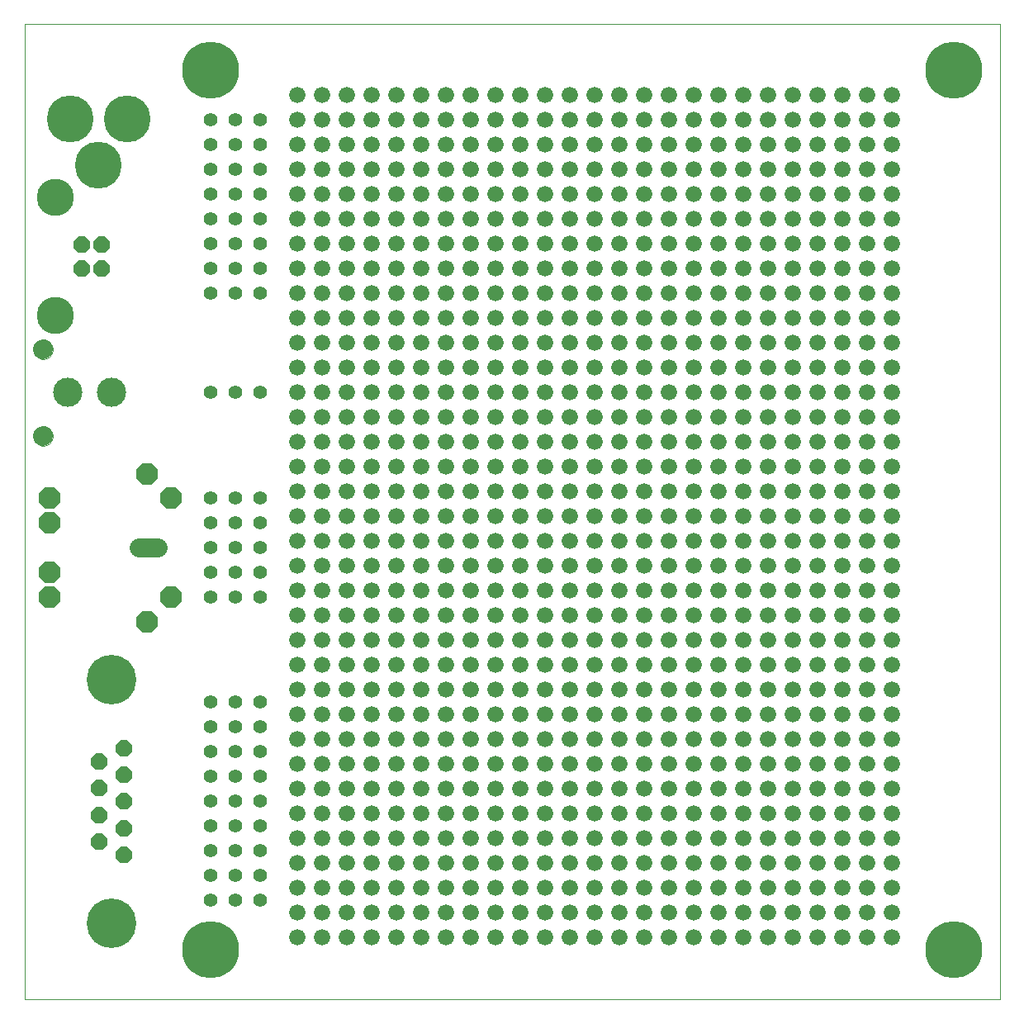
<source format=gbs>
G75*
%MOIN*%
%OFA0B0*%
%FSLAX24Y24*%
%IPPOS*%
%LPD*%
%AMOC8*
5,1,8,0,0,1.08239X$1,22.5*
%
%ADD10C,0.0000*%
%ADD11C,0.1890*%
%ADD12OC8,0.0660*%
%ADD13C,0.2000*%
%ADD14C,0.2300*%
%ADD15C,0.0560*%
%ADD16C,0.0780*%
%ADD17OC8,0.0860*%
%ADD18C,0.1500*%
%ADD19C,0.0660*%
%ADD20C,0.1181*%
%ADD21C,0.0787*%
D10*
X003680Y000100D02*
X003680Y039470D01*
X043050Y039470D01*
X043050Y000100D01*
X003680Y000100D01*
X004036Y022850D02*
X004038Y022889D01*
X004044Y022928D01*
X004054Y022966D01*
X004067Y023003D01*
X004084Y023038D01*
X004104Y023072D01*
X004128Y023103D01*
X004155Y023132D01*
X004184Y023158D01*
X004216Y023181D01*
X004250Y023201D01*
X004286Y023217D01*
X004323Y023229D01*
X004362Y023238D01*
X004401Y023243D01*
X004440Y023244D01*
X004479Y023241D01*
X004518Y023234D01*
X004555Y023223D01*
X004592Y023209D01*
X004627Y023191D01*
X004660Y023170D01*
X004691Y023145D01*
X004719Y023118D01*
X004744Y023088D01*
X004766Y023055D01*
X004785Y023021D01*
X004800Y022985D01*
X004812Y022947D01*
X004820Y022909D01*
X004824Y022870D01*
X004824Y022830D01*
X004820Y022791D01*
X004812Y022753D01*
X004800Y022715D01*
X004785Y022679D01*
X004766Y022645D01*
X004744Y022612D01*
X004719Y022582D01*
X004691Y022555D01*
X004660Y022530D01*
X004627Y022509D01*
X004592Y022491D01*
X004555Y022477D01*
X004518Y022466D01*
X004479Y022459D01*
X004440Y022456D01*
X004401Y022457D01*
X004362Y022462D01*
X004323Y022471D01*
X004286Y022483D01*
X004250Y022499D01*
X004216Y022519D01*
X004184Y022542D01*
X004155Y022568D01*
X004128Y022597D01*
X004104Y022628D01*
X004084Y022662D01*
X004067Y022697D01*
X004054Y022734D01*
X004044Y022772D01*
X004038Y022811D01*
X004036Y022850D01*
X004036Y026350D02*
X004038Y026389D01*
X004044Y026428D01*
X004054Y026466D01*
X004067Y026503D01*
X004084Y026538D01*
X004104Y026572D01*
X004128Y026603D01*
X004155Y026632D01*
X004184Y026658D01*
X004216Y026681D01*
X004250Y026701D01*
X004286Y026717D01*
X004323Y026729D01*
X004362Y026738D01*
X004401Y026743D01*
X004440Y026744D01*
X004479Y026741D01*
X004518Y026734D01*
X004555Y026723D01*
X004592Y026709D01*
X004627Y026691D01*
X004660Y026670D01*
X004691Y026645D01*
X004719Y026618D01*
X004744Y026588D01*
X004766Y026555D01*
X004785Y026521D01*
X004800Y026485D01*
X004812Y026447D01*
X004820Y026409D01*
X004824Y026370D01*
X004824Y026330D01*
X004820Y026291D01*
X004812Y026253D01*
X004800Y026215D01*
X004785Y026179D01*
X004766Y026145D01*
X004744Y026112D01*
X004719Y026082D01*
X004691Y026055D01*
X004660Y026030D01*
X004627Y026009D01*
X004592Y025991D01*
X004555Y025977D01*
X004518Y025966D01*
X004479Y025959D01*
X004440Y025956D01*
X004401Y025957D01*
X004362Y025962D01*
X004323Y025971D01*
X004286Y025983D01*
X004250Y025999D01*
X004216Y026019D01*
X004184Y026042D01*
X004155Y026068D01*
X004128Y026097D01*
X004104Y026128D01*
X004084Y026162D01*
X004067Y026197D01*
X004054Y026234D01*
X004044Y026272D01*
X004038Y026311D01*
X004036Y026350D01*
D11*
X006656Y033789D03*
X005515Y035639D03*
X007837Y035639D03*
D12*
X006784Y030592D03*
X005997Y030592D03*
X005997Y029608D03*
X006784Y029608D03*
X007680Y010260D03*
X007680Y009180D03*
X006680Y008640D03*
X006680Y007560D03*
X007680Y007020D03*
X007680Y005940D03*
X006680Y006480D03*
X007680Y008100D03*
X006680Y009720D03*
D13*
X007180Y013030D03*
X007180Y003170D03*
D14*
X011180Y002100D03*
X041180Y002100D03*
X041180Y037600D03*
X011180Y037600D03*
D15*
X011180Y035600D03*
X011180Y034600D03*
X011180Y033600D03*
X011180Y032600D03*
X011180Y031600D03*
X011180Y030600D03*
X011180Y029600D03*
X011180Y028600D03*
X012180Y028600D03*
X012180Y029600D03*
X013180Y029600D03*
X013180Y028600D03*
X013180Y030600D03*
X013180Y031600D03*
X012180Y031600D03*
X012180Y030600D03*
X012180Y032600D03*
X012180Y033600D03*
X013180Y033600D03*
X013180Y032600D03*
X013180Y034600D03*
X013180Y035600D03*
X012180Y035600D03*
X012180Y034600D03*
X012180Y024600D03*
X013180Y024600D03*
X011180Y024600D03*
X011180Y020350D03*
X011180Y019350D03*
X011180Y018350D03*
X011180Y017350D03*
X011180Y016350D03*
X012180Y016350D03*
X012180Y017350D03*
X013180Y017350D03*
X013180Y016350D03*
X013180Y018350D03*
X013180Y019350D03*
X012180Y019350D03*
X012180Y018350D03*
X012180Y020350D03*
X013180Y020350D03*
X013180Y012100D03*
X013180Y011100D03*
X012180Y011100D03*
X012180Y012100D03*
X011180Y012100D03*
X011180Y011100D03*
X011180Y010100D03*
X011180Y009100D03*
X011180Y008100D03*
X011180Y007100D03*
X011180Y006100D03*
X011180Y005100D03*
X011180Y004100D03*
X012180Y004100D03*
X012180Y005100D03*
X013180Y005100D03*
X013180Y004100D03*
X013180Y006100D03*
X013180Y007100D03*
X012180Y007100D03*
X012180Y006100D03*
X012180Y008100D03*
X012180Y009100D03*
X013180Y009100D03*
X013180Y008100D03*
X013180Y010100D03*
X012180Y010100D03*
D16*
X009062Y018350D02*
X008282Y018350D01*
D17*
X009593Y016350D03*
X008633Y015350D03*
X004711Y016350D03*
X004711Y017350D03*
X004711Y019350D03*
X004711Y020350D03*
X008633Y021311D03*
X009593Y020350D03*
D18*
X004930Y027730D03*
X004930Y032470D03*
D19*
X014680Y032600D03*
X014680Y033600D03*
X015680Y033600D03*
X015680Y032600D03*
X016680Y032600D03*
X016680Y033600D03*
X017680Y033600D03*
X017680Y032600D03*
X017680Y031600D03*
X017680Y030600D03*
X016680Y030600D03*
X016680Y031600D03*
X015680Y031600D03*
X015680Y030600D03*
X014680Y030600D03*
X014680Y031600D03*
X014680Y029600D03*
X014680Y028600D03*
X015680Y028600D03*
X015680Y029600D03*
X016680Y029600D03*
X016680Y028600D03*
X017680Y028600D03*
X017680Y029600D03*
X018680Y029600D03*
X018680Y028600D03*
X019680Y028600D03*
X019680Y029600D03*
X020680Y029600D03*
X020680Y028600D03*
X020680Y027600D03*
X020680Y026600D03*
X019680Y026600D03*
X019680Y027600D03*
X018680Y027600D03*
X018680Y026600D03*
X018680Y025600D03*
X018680Y024600D03*
X019680Y024600D03*
X019680Y025600D03*
X020680Y025600D03*
X020680Y024600D03*
X020680Y023600D03*
X020680Y022600D03*
X019680Y022600D03*
X019680Y023600D03*
X018680Y023600D03*
X018680Y022600D03*
X018680Y021600D03*
X018680Y020600D03*
X019680Y020600D03*
X019680Y021600D03*
X020680Y021600D03*
X020680Y020600D03*
X020680Y019600D03*
X020680Y018600D03*
X019680Y018600D03*
X019680Y019600D03*
X018680Y019600D03*
X018680Y018600D03*
X018680Y017600D03*
X019680Y017600D03*
X020680Y017600D03*
X020680Y016600D03*
X020680Y015600D03*
X019680Y015600D03*
X019680Y016600D03*
X018680Y016600D03*
X018680Y015600D03*
X018680Y014600D03*
X018680Y013600D03*
X019680Y013600D03*
X019680Y014600D03*
X020680Y014600D03*
X020680Y013600D03*
X020680Y012600D03*
X020680Y011600D03*
X019680Y011600D03*
X019680Y012600D03*
X018680Y012600D03*
X018680Y011600D03*
X018680Y010600D03*
X018680Y009600D03*
X019680Y009600D03*
X019680Y010600D03*
X020680Y010600D03*
X020680Y009600D03*
X020680Y008600D03*
X020680Y007600D03*
X019680Y007600D03*
X019680Y008600D03*
X018680Y008600D03*
X018680Y007600D03*
X018680Y006600D03*
X018680Y005600D03*
X019680Y005600D03*
X019680Y006600D03*
X020680Y006600D03*
X020680Y005600D03*
X020680Y004600D03*
X020680Y003600D03*
X019680Y003600D03*
X019680Y004600D03*
X018680Y004600D03*
X018680Y003600D03*
X018680Y002600D03*
X019680Y002600D03*
X020680Y002600D03*
X021680Y002600D03*
X022680Y002600D03*
X023680Y002600D03*
X023680Y003600D03*
X023680Y004600D03*
X022680Y004600D03*
X022680Y003600D03*
X021680Y003600D03*
X021680Y004600D03*
X021680Y005600D03*
X021680Y006600D03*
X022680Y006600D03*
X022680Y005600D03*
X023680Y005600D03*
X023680Y006600D03*
X023680Y007600D03*
X023680Y008600D03*
X022680Y008600D03*
X022680Y007600D03*
X021680Y007600D03*
X021680Y008600D03*
X021680Y009600D03*
X021680Y010600D03*
X022680Y010600D03*
X022680Y009600D03*
X023680Y009600D03*
X023680Y010600D03*
X023680Y011600D03*
X023680Y012600D03*
X022680Y012600D03*
X022680Y011600D03*
X021680Y011600D03*
X021680Y012600D03*
X021680Y013600D03*
X021680Y014600D03*
X022680Y014600D03*
X022680Y013600D03*
X023680Y013600D03*
X023680Y014600D03*
X023680Y015600D03*
X023680Y016600D03*
X022680Y016600D03*
X022680Y015600D03*
X021680Y015600D03*
X021680Y016600D03*
X021680Y017600D03*
X022680Y017600D03*
X023680Y017600D03*
X023680Y018600D03*
X023680Y019600D03*
X022680Y019600D03*
X022680Y018600D03*
X021680Y018600D03*
X021680Y019600D03*
X021680Y020600D03*
X021680Y021600D03*
X022680Y021600D03*
X022680Y020600D03*
X023680Y020600D03*
X023680Y021600D03*
X023680Y022600D03*
X023680Y023600D03*
X022680Y023600D03*
X022680Y022600D03*
X021680Y022600D03*
X021680Y023600D03*
X021680Y024600D03*
X021680Y025600D03*
X022680Y025600D03*
X022680Y024600D03*
X023680Y024600D03*
X023680Y025600D03*
X023680Y026600D03*
X023680Y027600D03*
X022680Y027600D03*
X022680Y026600D03*
X021680Y026600D03*
X021680Y027600D03*
X021680Y028600D03*
X021680Y029600D03*
X022680Y029600D03*
X022680Y028600D03*
X023680Y028600D03*
X023680Y029600D03*
X023680Y030600D03*
X023680Y031600D03*
X022680Y031600D03*
X022680Y030600D03*
X021680Y030600D03*
X021680Y031600D03*
X021680Y032600D03*
X021680Y033600D03*
X022680Y033600D03*
X022680Y032600D03*
X023680Y032600D03*
X023680Y033600D03*
X023680Y034600D03*
X023680Y035600D03*
X022680Y035600D03*
X022680Y034600D03*
X021680Y034600D03*
X021680Y035600D03*
X021680Y036600D03*
X022680Y036600D03*
X023680Y036600D03*
X024680Y036600D03*
X025680Y036600D03*
X026680Y036600D03*
X026680Y035600D03*
X026680Y034600D03*
X025680Y034600D03*
X025680Y035600D03*
X024680Y035600D03*
X024680Y034600D03*
X024680Y033600D03*
X024680Y032600D03*
X025680Y032600D03*
X025680Y033600D03*
X026680Y033600D03*
X026680Y032600D03*
X026680Y031600D03*
X026680Y030600D03*
X025680Y030600D03*
X025680Y031600D03*
X024680Y031600D03*
X024680Y030600D03*
X024680Y029600D03*
X024680Y028600D03*
X025680Y028600D03*
X025680Y029600D03*
X026680Y029600D03*
X026680Y028600D03*
X026680Y027600D03*
X026680Y026600D03*
X025680Y026600D03*
X025680Y027600D03*
X024680Y027600D03*
X024680Y026600D03*
X024680Y025600D03*
X024680Y024600D03*
X025680Y024600D03*
X025680Y025600D03*
X026680Y025600D03*
X026680Y024600D03*
X026680Y023600D03*
X026680Y022600D03*
X025680Y022600D03*
X025680Y023600D03*
X024680Y023600D03*
X024680Y022600D03*
X024680Y021600D03*
X024680Y020600D03*
X025680Y020600D03*
X025680Y021600D03*
X026680Y021600D03*
X026680Y020600D03*
X026680Y019600D03*
X026680Y018600D03*
X025680Y018600D03*
X025680Y019600D03*
X024680Y019600D03*
X024680Y018600D03*
X024680Y017600D03*
X025680Y017600D03*
X026680Y017600D03*
X026680Y016600D03*
X026680Y015600D03*
X025680Y015600D03*
X025680Y016600D03*
X024680Y016600D03*
X024680Y015600D03*
X024680Y014600D03*
X024680Y013600D03*
X025680Y013600D03*
X025680Y014600D03*
X026680Y014600D03*
X026680Y013600D03*
X026680Y012600D03*
X026680Y011600D03*
X025680Y011600D03*
X025680Y012600D03*
X024680Y012600D03*
X024680Y011600D03*
X024680Y010600D03*
X024680Y009600D03*
X025680Y009600D03*
X025680Y010600D03*
X026680Y010600D03*
X026680Y009600D03*
X026680Y008600D03*
X026680Y007600D03*
X025680Y007600D03*
X025680Y008600D03*
X024680Y008600D03*
X024680Y007600D03*
X024680Y006600D03*
X024680Y005600D03*
X025680Y005600D03*
X025680Y006600D03*
X026680Y006600D03*
X026680Y005600D03*
X026680Y004600D03*
X026680Y003600D03*
X025680Y003600D03*
X025680Y004600D03*
X024680Y004600D03*
X024680Y003600D03*
X024680Y002600D03*
X025680Y002600D03*
X026680Y002600D03*
X027680Y002600D03*
X028680Y002600D03*
X029680Y002600D03*
X029680Y003600D03*
X029680Y004600D03*
X028680Y004600D03*
X028680Y003600D03*
X027680Y003600D03*
X027680Y004600D03*
X027680Y005600D03*
X027680Y006600D03*
X028680Y006600D03*
X028680Y005600D03*
X029680Y005600D03*
X029680Y006600D03*
X029680Y007600D03*
X029680Y008600D03*
X028680Y008600D03*
X028680Y007600D03*
X027680Y007600D03*
X027680Y008600D03*
X027680Y009600D03*
X027680Y010600D03*
X028680Y010600D03*
X028680Y009600D03*
X029680Y009600D03*
X029680Y010600D03*
X029680Y011600D03*
X029680Y012600D03*
X028680Y012600D03*
X028680Y011600D03*
X027680Y011600D03*
X027680Y012600D03*
X027680Y013600D03*
X027680Y014600D03*
X028680Y014600D03*
X028680Y013600D03*
X029680Y013600D03*
X029680Y014600D03*
X029680Y015600D03*
X029680Y016600D03*
X028680Y016600D03*
X028680Y015600D03*
X027680Y015600D03*
X027680Y016600D03*
X027680Y017600D03*
X028680Y017600D03*
X029680Y017600D03*
X029680Y018600D03*
X029680Y019600D03*
X028680Y019600D03*
X028680Y018600D03*
X027680Y018600D03*
X027680Y019600D03*
X027680Y020600D03*
X027680Y021600D03*
X028680Y021600D03*
X028680Y020600D03*
X029680Y020600D03*
X029680Y021600D03*
X029680Y022600D03*
X029680Y023600D03*
X028680Y023600D03*
X028680Y022600D03*
X027680Y022600D03*
X027680Y023600D03*
X027680Y024600D03*
X027680Y025600D03*
X028680Y025600D03*
X028680Y024600D03*
X029680Y024600D03*
X029680Y025600D03*
X029680Y026600D03*
X029680Y027600D03*
X028680Y027600D03*
X028680Y026600D03*
X027680Y026600D03*
X027680Y027600D03*
X027680Y028600D03*
X027680Y029600D03*
X028680Y029600D03*
X028680Y028600D03*
X029680Y028600D03*
X029680Y029600D03*
X029680Y030600D03*
X029680Y031600D03*
X028680Y031600D03*
X028680Y030600D03*
X027680Y030600D03*
X027680Y031600D03*
X027680Y032600D03*
X027680Y033600D03*
X028680Y033600D03*
X028680Y032600D03*
X029680Y032600D03*
X029680Y033600D03*
X029680Y034600D03*
X029680Y035600D03*
X028680Y035600D03*
X028680Y034600D03*
X027680Y034600D03*
X027680Y035600D03*
X027680Y036600D03*
X028680Y036600D03*
X029680Y036600D03*
X030680Y036600D03*
X031680Y036600D03*
X032680Y036600D03*
X032680Y035600D03*
X032680Y034600D03*
X031680Y034600D03*
X031680Y035600D03*
X030680Y035600D03*
X030680Y034600D03*
X030680Y033600D03*
X030680Y032600D03*
X031680Y032600D03*
X031680Y033600D03*
X032680Y033600D03*
X032680Y032600D03*
X032680Y031600D03*
X032680Y030600D03*
X031680Y030600D03*
X031680Y031600D03*
X030680Y031600D03*
X030680Y030600D03*
X030680Y029600D03*
X030680Y028600D03*
X031680Y028600D03*
X031680Y029600D03*
X032680Y029600D03*
X032680Y028600D03*
X032680Y027600D03*
X032680Y026600D03*
X031680Y026600D03*
X031680Y027600D03*
X030680Y027600D03*
X030680Y026600D03*
X030680Y025600D03*
X030680Y024600D03*
X031680Y024600D03*
X031680Y025600D03*
X032680Y025600D03*
X032680Y024600D03*
X032680Y023600D03*
X032680Y022600D03*
X031680Y022600D03*
X031680Y023600D03*
X030680Y023600D03*
X030680Y022600D03*
X030680Y021600D03*
X030680Y020600D03*
X031680Y020600D03*
X031680Y021600D03*
X032680Y021600D03*
X032680Y020600D03*
X032680Y019600D03*
X032680Y018600D03*
X031680Y018600D03*
X031680Y019600D03*
X030680Y019600D03*
X030680Y018600D03*
X030680Y017600D03*
X031680Y017600D03*
X032680Y017600D03*
X032680Y016600D03*
X032680Y015600D03*
X031680Y015600D03*
X031680Y016600D03*
X030680Y016600D03*
X030680Y015600D03*
X030680Y014600D03*
X030680Y013600D03*
X031680Y013600D03*
X031680Y014600D03*
X032680Y014600D03*
X032680Y013600D03*
X032680Y012600D03*
X032680Y011600D03*
X031680Y011600D03*
X031680Y012600D03*
X030680Y012600D03*
X030680Y011600D03*
X030680Y010600D03*
X030680Y009600D03*
X031680Y009600D03*
X031680Y010600D03*
X032680Y010600D03*
X032680Y009600D03*
X032680Y008600D03*
X032680Y007600D03*
X031680Y007600D03*
X031680Y008600D03*
X030680Y008600D03*
X030680Y007600D03*
X030680Y006600D03*
X030680Y005600D03*
X031680Y005600D03*
X031680Y006600D03*
X032680Y006600D03*
X032680Y005600D03*
X032680Y004600D03*
X032680Y003600D03*
X031680Y003600D03*
X031680Y004600D03*
X030680Y004600D03*
X030680Y003600D03*
X030680Y002600D03*
X031680Y002600D03*
X032680Y002600D03*
X033680Y002600D03*
X034680Y002600D03*
X035680Y002600D03*
X035680Y003600D03*
X035680Y004600D03*
X034680Y004600D03*
X034680Y003600D03*
X033680Y003600D03*
X033680Y004600D03*
X033680Y005600D03*
X033680Y006600D03*
X034680Y006600D03*
X034680Y005600D03*
X035680Y005600D03*
X035680Y006600D03*
X035680Y007600D03*
X035680Y008600D03*
X034680Y008600D03*
X034680Y007600D03*
X033680Y007600D03*
X033680Y008600D03*
X033680Y009600D03*
X033680Y010600D03*
X034680Y010600D03*
X034680Y009600D03*
X035680Y009600D03*
X035680Y010600D03*
X035680Y011600D03*
X035680Y012600D03*
X034680Y012600D03*
X034680Y011600D03*
X033680Y011600D03*
X033680Y012600D03*
X033680Y013600D03*
X033680Y014600D03*
X034680Y014600D03*
X034680Y013600D03*
X035680Y013600D03*
X035680Y014600D03*
X035680Y015600D03*
X035680Y016600D03*
X034680Y016600D03*
X034680Y015600D03*
X033680Y015600D03*
X033680Y016600D03*
X033680Y017600D03*
X034680Y017600D03*
X035680Y017600D03*
X035680Y018600D03*
X035680Y019600D03*
X034680Y019600D03*
X034680Y018600D03*
X033680Y018600D03*
X033680Y019600D03*
X033680Y020600D03*
X033680Y021600D03*
X034680Y021600D03*
X034680Y020600D03*
X035680Y020600D03*
X035680Y021600D03*
X035680Y022600D03*
X035680Y023600D03*
X034680Y023600D03*
X034680Y022600D03*
X033680Y022600D03*
X033680Y023600D03*
X033680Y024600D03*
X033680Y025600D03*
X034680Y025600D03*
X034680Y024600D03*
X035680Y024600D03*
X035680Y025600D03*
X035680Y026600D03*
X035680Y027600D03*
X034680Y027600D03*
X034680Y026600D03*
X033680Y026600D03*
X033680Y027600D03*
X033680Y028600D03*
X033680Y029600D03*
X034680Y029600D03*
X034680Y028600D03*
X035680Y028600D03*
X035680Y029600D03*
X035680Y030600D03*
X035680Y031600D03*
X034680Y031600D03*
X034680Y030600D03*
X033680Y030600D03*
X033680Y031600D03*
X033680Y032600D03*
X033680Y033600D03*
X034680Y033600D03*
X034680Y032600D03*
X035680Y032600D03*
X035680Y033600D03*
X035680Y034600D03*
X035680Y035600D03*
X034680Y035600D03*
X034680Y034600D03*
X033680Y034600D03*
X033680Y035600D03*
X033680Y036600D03*
X034680Y036600D03*
X035680Y036600D03*
X036680Y036600D03*
X037680Y036600D03*
X038680Y036600D03*
X038680Y035600D03*
X038680Y034600D03*
X037680Y034600D03*
X037680Y035600D03*
X036680Y035600D03*
X036680Y034600D03*
X036680Y033600D03*
X036680Y032600D03*
X037680Y032600D03*
X037680Y033600D03*
X038680Y033600D03*
X038680Y032600D03*
X038680Y031600D03*
X038680Y030600D03*
X037680Y030600D03*
X037680Y031600D03*
X036680Y031600D03*
X036680Y030600D03*
X036680Y029600D03*
X036680Y028600D03*
X037680Y028600D03*
X037680Y029600D03*
X038680Y029600D03*
X038680Y028600D03*
X038680Y027600D03*
X038680Y026600D03*
X037680Y026600D03*
X037680Y027600D03*
X036680Y027600D03*
X036680Y026600D03*
X036680Y025600D03*
X036680Y024600D03*
X037680Y024600D03*
X037680Y025600D03*
X038680Y025600D03*
X038680Y024600D03*
X038680Y023600D03*
X038680Y022600D03*
X037680Y022600D03*
X037680Y023600D03*
X036680Y023600D03*
X036680Y022600D03*
X036680Y021600D03*
X036680Y020600D03*
X037680Y020600D03*
X037680Y021600D03*
X038680Y021600D03*
X038680Y020600D03*
X038680Y019600D03*
X038680Y018600D03*
X037680Y018600D03*
X037680Y019600D03*
X036680Y019600D03*
X036680Y018600D03*
X036680Y017600D03*
X037680Y017600D03*
X038680Y017600D03*
X038680Y016600D03*
X038680Y015600D03*
X037680Y015600D03*
X037680Y016600D03*
X036680Y016600D03*
X036680Y015600D03*
X036680Y014600D03*
X036680Y013600D03*
X037680Y013600D03*
X037680Y014600D03*
X038680Y014600D03*
X038680Y013600D03*
X038680Y012600D03*
X038680Y011600D03*
X037680Y011600D03*
X037680Y012600D03*
X036680Y012600D03*
X036680Y011600D03*
X036680Y010600D03*
X036680Y009600D03*
X037680Y009600D03*
X037680Y010600D03*
X038680Y010600D03*
X038680Y009600D03*
X038680Y008600D03*
X038680Y007600D03*
X037680Y007600D03*
X037680Y008600D03*
X036680Y008600D03*
X036680Y007600D03*
X036680Y006600D03*
X036680Y005600D03*
X037680Y005600D03*
X037680Y006600D03*
X038680Y006600D03*
X038680Y005600D03*
X038680Y004600D03*
X038680Y003600D03*
X037680Y003600D03*
X037680Y004600D03*
X036680Y004600D03*
X036680Y003600D03*
X036680Y002600D03*
X037680Y002600D03*
X038680Y002600D03*
X017680Y002600D03*
X016680Y002600D03*
X015680Y002600D03*
X014680Y002600D03*
X014680Y003600D03*
X014680Y004600D03*
X015680Y004600D03*
X015680Y003600D03*
X016680Y003600D03*
X016680Y004600D03*
X017680Y004600D03*
X017680Y003600D03*
X017680Y005600D03*
X017680Y006600D03*
X016680Y006600D03*
X016680Y005600D03*
X015680Y005600D03*
X015680Y006600D03*
X014680Y006600D03*
X014680Y005600D03*
X014680Y007600D03*
X014680Y008600D03*
X015680Y008600D03*
X015680Y007600D03*
X016680Y007600D03*
X016680Y008600D03*
X017680Y008600D03*
X017680Y007600D03*
X017680Y009600D03*
X017680Y010600D03*
X016680Y010600D03*
X016680Y009600D03*
X015680Y009600D03*
X015680Y010600D03*
X014680Y010600D03*
X014680Y009600D03*
X014680Y011600D03*
X014680Y012600D03*
X015680Y012600D03*
X015680Y011600D03*
X016680Y011600D03*
X016680Y012600D03*
X017680Y012600D03*
X017680Y011600D03*
X017680Y013600D03*
X017680Y014600D03*
X016680Y014600D03*
X016680Y013600D03*
X015680Y013600D03*
X015680Y014600D03*
X014680Y014600D03*
X014680Y013600D03*
X014680Y015600D03*
X014680Y016600D03*
X015680Y016600D03*
X015680Y015600D03*
X016680Y015600D03*
X016680Y016600D03*
X017680Y016600D03*
X017680Y015600D03*
X017680Y017600D03*
X016680Y017600D03*
X015680Y017600D03*
X014680Y017600D03*
X014680Y018600D03*
X014680Y019600D03*
X015680Y019600D03*
X015680Y018600D03*
X016680Y018600D03*
X016680Y019600D03*
X017680Y019600D03*
X017680Y018600D03*
X017680Y020600D03*
X017680Y021600D03*
X016680Y021600D03*
X016680Y020600D03*
X015680Y020600D03*
X015680Y021600D03*
X014680Y021600D03*
X014680Y020600D03*
X014680Y022600D03*
X014680Y023600D03*
X015680Y023600D03*
X015680Y022600D03*
X016680Y022600D03*
X016680Y023600D03*
X017680Y023600D03*
X017680Y022600D03*
X017680Y024600D03*
X017680Y025600D03*
X016680Y025600D03*
X016680Y024600D03*
X015680Y024600D03*
X015680Y025600D03*
X014680Y025600D03*
X014680Y024600D03*
X014680Y026600D03*
X014680Y027600D03*
X015680Y027600D03*
X015680Y026600D03*
X016680Y026600D03*
X016680Y027600D03*
X017680Y027600D03*
X017680Y026600D03*
X018680Y030600D03*
X018680Y031600D03*
X019680Y031600D03*
X019680Y030600D03*
X020680Y030600D03*
X020680Y031600D03*
X020680Y032600D03*
X020680Y033600D03*
X019680Y033600D03*
X019680Y032600D03*
X018680Y032600D03*
X018680Y033600D03*
X018680Y034600D03*
X018680Y035600D03*
X019680Y035600D03*
X019680Y034600D03*
X020680Y034600D03*
X020680Y035600D03*
X020680Y036600D03*
X019680Y036600D03*
X018680Y036600D03*
X017680Y036600D03*
X016680Y036600D03*
X015680Y036600D03*
X014680Y036600D03*
X014680Y035600D03*
X014680Y034600D03*
X015680Y034600D03*
X015680Y035600D03*
X016680Y035600D03*
X016680Y034600D03*
X017680Y034600D03*
X017680Y035600D03*
D20*
X007180Y024600D03*
X005430Y024600D03*
D21*
X004430Y026350D03*
X004430Y022850D03*
M02*

</source>
